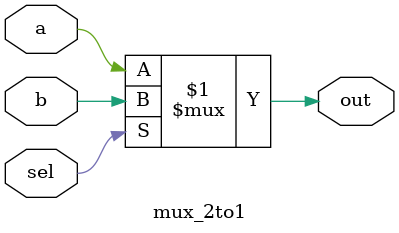
<source format=v>
`timescale 1ns / 1ps


module mux_2to1(
    input a, b, sel,
    output out
    );
    
/*    always @ (a or b or sel)  //with reg out
        if (sel) out = a;
        else out = b;
*/    

    assign out = sel ? b : a;
endmodule

</source>
